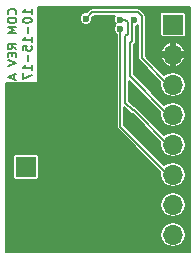
<source format=gbl>
G04 #@! TF.FileFunction,Copper,L2,Bot,Signal*
%FSLAX46Y46*%
G04 Gerber Fmt 4.6, Leading zero omitted, Abs format (unit mm)*
G04 Created by KiCad (PCBNEW 4.0.5+dfsg1-4) date Sun Oct 15 17:49:37 2017*
%MOMM*%
%LPD*%
G01*
G04 APERTURE LIST*
%ADD10C,0.100000*%
%ADD11C,0.150000*%
%ADD12C,0.600000*%
%ADD13R,1.700000X1.700000*%
%ADD14O,1.700000X1.700000*%
%ADD15C,0.203200*%
%ADD16C,0.152400*%
G04 APERTURE END LIST*
D10*
D11*
X155205357Y-96687000D02*
X155241071Y-96651286D01*
X155276786Y-96544143D01*
X155276786Y-96472714D01*
X155241071Y-96365571D01*
X155169643Y-96294143D01*
X155098214Y-96258428D01*
X154955357Y-96222714D01*
X154848214Y-96222714D01*
X154705357Y-96258428D01*
X154633929Y-96294143D01*
X154562500Y-96365571D01*
X154526786Y-96472714D01*
X154526786Y-96544143D01*
X154562500Y-96651286D01*
X154598214Y-96687000D01*
X155276786Y-97008428D02*
X154526786Y-97008428D01*
X154526786Y-97187000D01*
X154562500Y-97294143D01*
X154633929Y-97365571D01*
X154705357Y-97401286D01*
X154848214Y-97437000D01*
X154955357Y-97437000D01*
X155098214Y-97401286D01*
X155169643Y-97365571D01*
X155241071Y-97294143D01*
X155276786Y-97187000D01*
X155276786Y-97008428D01*
X155276786Y-97758428D02*
X154526786Y-97758428D01*
X155062500Y-98008428D01*
X154526786Y-98258428D01*
X155276786Y-98258428D01*
X155276786Y-99615572D02*
X154919643Y-99365572D01*
X155276786Y-99187000D02*
X154526786Y-99187000D01*
X154526786Y-99472715D01*
X154562500Y-99544143D01*
X154598214Y-99579858D01*
X154669643Y-99615572D01*
X154776786Y-99615572D01*
X154848214Y-99579858D01*
X154883929Y-99544143D01*
X154919643Y-99472715D01*
X154919643Y-99187000D01*
X154883929Y-99937000D02*
X154883929Y-100187000D01*
X155276786Y-100294143D02*
X155276786Y-99937000D01*
X154526786Y-99937000D01*
X154526786Y-100294143D01*
X154526786Y-100508429D02*
X155276786Y-100758429D01*
X154526786Y-101008429D01*
X155062500Y-101794143D02*
X155062500Y-102151286D01*
X155276786Y-101722715D02*
X154526786Y-101972715D01*
X155276786Y-102222715D01*
X156551786Y-96687000D02*
X156551786Y-96258428D01*
X156551786Y-96472714D02*
X155801786Y-96472714D01*
X155908929Y-96401285D01*
X155980357Y-96329857D01*
X156016071Y-96258428D01*
X155801786Y-97151286D02*
X155801786Y-97222714D01*
X155837500Y-97294143D01*
X155873214Y-97329857D01*
X155944643Y-97365571D01*
X156087500Y-97401286D01*
X156266071Y-97401286D01*
X156408929Y-97365571D01*
X156480357Y-97329857D01*
X156516071Y-97294143D01*
X156551786Y-97222714D01*
X156551786Y-97151286D01*
X156516071Y-97079857D01*
X156480357Y-97044143D01*
X156408929Y-97008428D01*
X156266071Y-96972714D01*
X156087500Y-96972714D01*
X155944643Y-97008428D01*
X155873214Y-97044143D01*
X155837500Y-97079857D01*
X155801786Y-97151286D01*
X156266071Y-97722714D02*
X156266071Y-98294143D01*
X156551786Y-99044143D02*
X156551786Y-98615571D01*
X156551786Y-98829857D02*
X155801786Y-98829857D01*
X155908929Y-98758428D01*
X155980357Y-98687000D01*
X156016071Y-98615571D01*
X155801786Y-99722714D02*
X155801786Y-99365571D01*
X156158929Y-99329857D01*
X156123214Y-99365571D01*
X156087500Y-99437000D01*
X156087500Y-99615571D01*
X156123214Y-99687000D01*
X156158929Y-99722714D01*
X156230357Y-99758429D01*
X156408929Y-99758429D01*
X156480357Y-99722714D01*
X156516071Y-99687000D01*
X156551786Y-99615571D01*
X156551786Y-99437000D01*
X156516071Y-99365571D01*
X156480357Y-99329857D01*
X156266071Y-100079857D02*
X156266071Y-100651286D01*
X156551786Y-101401286D02*
X156551786Y-100972714D01*
X156551786Y-101187000D02*
X155801786Y-101187000D01*
X155908929Y-101115571D01*
X155980357Y-101044143D01*
X156016071Y-100972714D01*
X155801786Y-101651286D02*
X155801786Y-102151286D01*
X156551786Y-101829857D01*
D12*
X158369000Y-112649000D03*
X157480000Y-113030000D03*
X156210000Y-115570000D03*
X157480000Y-115570000D03*
X158750000Y-115189000D03*
X160274000Y-115189000D03*
X161671000Y-115697000D03*
X159385000Y-106807000D03*
X159385000Y-107950000D03*
X159385000Y-109093000D03*
X159385000Y-110236000D03*
X159385000Y-112522000D03*
X163957000Y-113665000D03*
X163957000Y-110236000D03*
X163957000Y-109093000D03*
X163957000Y-107950000D03*
X161671000Y-113665000D03*
X161671000Y-112522000D03*
X161671000Y-111379000D03*
X161671000Y-110236000D03*
X161671000Y-105664001D03*
X161671000Y-106807000D03*
X161671000Y-107950000D03*
D13*
X156083000Y-109601000D03*
X168529000Y-97536000D03*
D14*
X168529000Y-100076000D03*
X168529000Y-102616000D03*
X168529000Y-105156000D03*
X168529000Y-107696000D03*
X168529000Y-110236000D03*
X168529000Y-112776000D03*
X168529000Y-115316000D03*
D12*
X161671000Y-109093000D03*
X162484500Y-101204500D03*
X160809500Y-101204500D03*
X160809500Y-99529500D03*
X162484500Y-99529500D03*
X161163000Y-97028000D03*
X165267884Y-97119846D03*
X164084000Y-97113797D03*
X164084000Y-97917000D03*
D15*
X168148000Y-102616000D02*
X165872685Y-100340685D01*
X165872685Y-100340685D02*
X165872685Y-96829541D01*
X165872685Y-96829541D02*
X165552140Y-96508996D01*
X165552140Y-96508996D02*
X161682004Y-96508996D01*
X161682004Y-96508996D02*
X161163000Y-97028000D01*
X164896820Y-99136180D02*
X164896820Y-101904820D01*
X164896820Y-101904820D02*
X168148000Y-105156000D01*
X165267884Y-97119846D02*
X165095211Y-97292519D01*
X165095211Y-97292519D02*
X165095211Y-98937789D01*
X165095211Y-98937789D02*
X164896820Y-99136180D01*
X164490410Y-104165410D02*
X164490410Y-98526590D01*
X165252410Y-104800410D02*
X165125410Y-104800410D01*
X165125410Y-104800410D02*
X164490410Y-104165410D01*
X165252410Y-104800410D02*
X168148000Y-107696000D01*
X164084000Y-97113797D02*
X164508264Y-97113797D01*
X164508264Y-97113797D02*
X164688801Y-97294334D01*
X164688801Y-97294334D02*
X164688801Y-98328199D01*
X164688801Y-98328199D02*
X164490410Y-98526590D01*
X164084000Y-98044000D02*
X164084000Y-97917000D01*
X164084000Y-106172000D02*
X164084000Y-98044000D01*
X168148000Y-110236000D02*
X164084000Y-106172000D01*
D16*
G36*
X170003400Y-116790400D02*
X154354600Y-116790400D01*
X154354600Y-115316000D01*
X167429269Y-115316000D01*
X167511373Y-115728762D01*
X167745184Y-116078685D01*
X168095107Y-116312496D01*
X168507869Y-116394600D01*
X168550131Y-116394600D01*
X168962893Y-116312496D01*
X169312816Y-116078685D01*
X169546627Y-115728762D01*
X169628731Y-115316000D01*
X169546627Y-114903238D01*
X169312816Y-114553315D01*
X168962893Y-114319504D01*
X168550131Y-114237400D01*
X168507869Y-114237400D01*
X168095107Y-114319504D01*
X167745184Y-114553315D01*
X167511373Y-114903238D01*
X167429269Y-115316000D01*
X154354600Y-115316000D01*
X154354600Y-112776000D01*
X167429269Y-112776000D01*
X167511373Y-113188762D01*
X167745184Y-113538685D01*
X168095107Y-113772496D01*
X168507869Y-113854600D01*
X168550131Y-113854600D01*
X168962893Y-113772496D01*
X169312816Y-113538685D01*
X169546627Y-113188762D01*
X169628731Y-112776000D01*
X169546627Y-112363238D01*
X169312816Y-112013315D01*
X168962893Y-111779504D01*
X168550131Y-111697400D01*
X168507869Y-111697400D01*
X168095107Y-111779504D01*
X167745184Y-112013315D01*
X167511373Y-112363238D01*
X167429269Y-112776000D01*
X154354600Y-112776000D01*
X154354600Y-108751000D01*
X154999922Y-108751000D01*
X154999922Y-110451000D01*
X155015862Y-110535714D01*
X155065928Y-110613518D01*
X155142320Y-110665715D01*
X155233000Y-110684078D01*
X156933000Y-110684078D01*
X157017714Y-110668138D01*
X157095518Y-110618072D01*
X157147715Y-110541680D01*
X157166078Y-110451000D01*
X157166078Y-108751000D01*
X157150138Y-108666286D01*
X157100072Y-108588482D01*
X157023680Y-108536285D01*
X156933000Y-108517922D01*
X155233000Y-108517922D01*
X155148286Y-108533862D01*
X155070482Y-108583928D01*
X155018285Y-108660320D01*
X154999922Y-108751000D01*
X154354600Y-108751000D01*
X154354600Y-102522743D01*
X157116100Y-102522743D01*
X157116100Y-97132684D01*
X160634308Y-97132684D01*
X160714613Y-97327037D01*
X160863181Y-97475864D01*
X161057394Y-97556508D01*
X161267684Y-97556692D01*
X161462037Y-97476387D01*
X161610864Y-97327819D01*
X161691508Y-97133606D01*
X161691654Y-96966319D01*
X161818777Y-96839196D01*
X163625665Y-96839196D01*
X163555492Y-97008191D01*
X163555308Y-97218481D01*
X163635613Y-97412834D01*
X163738047Y-97515447D01*
X163636136Y-97617181D01*
X163555492Y-97811394D01*
X163555308Y-98021684D01*
X163635613Y-98216037D01*
X163753800Y-98334430D01*
X163753800Y-106172000D01*
X163778935Y-106298362D01*
X163850513Y-106405487D01*
X167471038Y-110026012D01*
X167429269Y-110236000D01*
X167511373Y-110648762D01*
X167745184Y-110998685D01*
X168095107Y-111232496D01*
X168507869Y-111314600D01*
X168550131Y-111314600D01*
X168962893Y-111232496D01*
X169312816Y-110998685D01*
X169546627Y-110648762D01*
X169628731Y-110236000D01*
X169546627Y-109823238D01*
X169312816Y-109473315D01*
X168962893Y-109239504D01*
X168550131Y-109157400D01*
X168507869Y-109157400D01*
X168095107Y-109239504D01*
X167809389Y-109430415D01*
X164414200Y-106035226D01*
X164414200Y-104556174D01*
X164891921Y-105033894D01*
X164891923Y-105033897D01*
X164999048Y-105105475D01*
X165113210Y-105128184D01*
X167471039Y-107486012D01*
X167429269Y-107696000D01*
X167511373Y-108108762D01*
X167745184Y-108458685D01*
X168095107Y-108692496D01*
X168507869Y-108774600D01*
X168550131Y-108774600D01*
X168962893Y-108692496D01*
X169312816Y-108458685D01*
X169546627Y-108108762D01*
X169628731Y-107696000D01*
X169546627Y-107283238D01*
X169312816Y-106933315D01*
X168962893Y-106699504D01*
X168550131Y-106617400D01*
X168507869Y-106617400D01*
X168095107Y-106699504D01*
X167809388Y-106890415D01*
X165485897Y-104566923D01*
X165378772Y-104495345D01*
X165264610Y-104472637D01*
X164820610Y-104028636D01*
X164820610Y-102295584D01*
X167471038Y-104946012D01*
X167429269Y-105156000D01*
X167511373Y-105568762D01*
X167745184Y-105918685D01*
X168095107Y-106152496D01*
X168507869Y-106234600D01*
X168550131Y-106234600D01*
X168962893Y-106152496D01*
X169312816Y-105918685D01*
X169546627Y-105568762D01*
X169628731Y-105156000D01*
X169546627Y-104743238D01*
X169312816Y-104393315D01*
X168962893Y-104159504D01*
X168550131Y-104077400D01*
X168507869Y-104077400D01*
X168095107Y-104159504D01*
X167809389Y-104350415D01*
X165227020Y-101768046D01*
X165227020Y-99272954D01*
X165328695Y-99171278D01*
X165328698Y-99171276D01*
X165400276Y-99064151D01*
X165425411Y-98937789D01*
X165425411Y-97626704D01*
X165542485Y-97578330D01*
X165542485Y-100340685D01*
X165567620Y-100467047D01*
X165639198Y-100574172D01*
X167471039Y-102406012D01*
X167429269Y-102616000D01*
X167511373Y-103028762D01*
X167745184Y-103378685D01*
X168095107Y-103612496D01*
X168507869Y-103694600D01*
X168550131Y-103694600D01*
X168962893Y-103612496D01*
X169312816Y-103378685D01*
X169546627Y-103028762D01*
X169628731Y-102616000D01*
X169546627Y-102203238D01*
X169312816Y-101853315D01*
X168962893Y-101619504D01*
X168550131Y-101537400D01*
X168507869Y-101537400D01*
X168095107Y-101619504D01*
X167809388Y-101810415D01*
X166417007Y-100418033D01*
X167506068Y-100418033D01*
X167563809Y-100557480D01*
X167821534Y-100890192D01*
X168186964Y-101098951D01*
X168351200Y-101082713D01*
X168351200Y-100253800D01*
X168706800Y-100253800D01*
X168706800Y-101082713D01*
X168871036Y-101098951D01*
X169236466Y-100890192D01*
X169494191Y-100557480D01*
X169551932Y-100418033D01*
X169534856Y-100253800D01*
X168706800Y-100253800D01*
X168351200Y-100253800D01*
X167523144Y-100253800D01*
X167506068Y-100418033D01*
X166417007Y-100418033D01*
X166202885Y-100203911D01*
X166202885Y-99733967D01*
X167506068Y-99733967D01*
X167523144Y-99898200D01*
X168351200Y-99898200D01*
X168351200Y-99069287D01*
X168706800Y-99069287D01*
X168706800Y-99898200D01*
X169534856Y-99898200D01*
X169551932Y-99733967D01*
X169494191Y-99594520D01*
X169236466Y-99261808D01*
X168871036Y-99053049D01*
X168706800Y-99069287D01*
X168351200Y-99069287D01*
X168186964Y-99053049D01*
X167821534Y-99261808D01*
X167563809Y-99594520D01*
X167506068Y-99733967D01*
X166202885Y-99733967D01*
X166202885Y-96829541D01*
X166177750Y-96703179D01*
X166166272Y-96686000D01*
X167445922Y-96686000D01*
X167445922Y-98386000D01*
X167461862Y-98470714D01*
X167511928Y-98548518D01*
X167588320Y-98600715D01*
X167679000Y-98619078D01*
X169379000Y-98619078D01*
X169463714Y-98603138D01*
X169541518Y-98553072D01*
X169593715Y-98476680D01*
X169612078Y-98386000D01*
X169612078Y-96686000D01*
X169596138Y-96601286D01*
X169546072Y-96523482D01*
X169469680Y-96471285D01*
X169379000Y-96452922D01*
X167679000Y-96452922D01*
X167594286Y-96468862D01*
X167516482Y-96518928D01*
X167464285Y-96595320D01*
X167445922Y-96686000D01*
X166166272Y-96686000D01*
X166106172Y-96596054D01*
X165785627Y-96275509D01*
X165678502Y-96203931D01*
X165552140Y-96178796D01*
X161682004Y-96178796D01*
X161555642Y-96203931D01*
X161448517Y-96275509D01*
X161448515Y-96275512D01*
X161224573Y-96499453D01*
X161058316Y-96499308D01*
X160863963Y-96579613D01*
X160715136Y-96728181D01*
X160634492Y-96922394D01*
X160634308Y-97132684D01*
X157116100Y-97132684D01*
X157116100Y-96061600D01*
X170003400Y-96061600D01*
X170003400Y-116790400D01*
X170003400Y-116790400D01*
G37*
X170003400Y-116790400D02*
X154354600Y-116790400D01*
X154354600Y-115316000D01*
X167429269Y-115316000D01*
X167511373Y-115728762D01*
X167745184Y-116078685D01*
X168095107Y-116312496D01*
X168507869Y-116394600D01*
X168550131Y-116394600D01*
X168962893Y-116312496D01*
X169312816Y-116078685D01*
X169546627Y-115728762D01*
X169628731Y-115316000D01*
X169546627Y-114903238D01*
X169312816Y-114553315D01*
X168962893Y-114319504D01*
X168550131Y-114237400D01*
X168507869Y-114237400D01*
X168095107Y-114319504D01*
X167745184Y-114553315D01*
X167511373Y-114903238D01*
X167429269Y-115316000D01*
X154354600Y-115316000D01*
X154354600Y-112776000D01*
X167429269Y-112776000D01*
X167511373Y-113188762D01*
X167745184Y-113538685D01*
X168095107Y-113772496D01*
X168507869Y-113854600D01*
X168550131Y-113854600D01*
X168962893Y-113772496D01*
X169312816Y-113538685D01*
X169546627Y-113188762D01*
X169628731Y-112776000D01*
X169546627Y-112363238D01*
X169312816Y-112013315D01*
X168962893Y-111779504D01*
X168550131Y-111697400D01*
X168507869Y-111697400D01*
X168095107Y-111779504D01*
X167745184Y-112013315D01*
X167511373Y-112363238D01*
X167429269Y-112776000D01*
X154354600Y-112776000D01*
X154354600Y-108751000D01*
X154999922Y-108751000D01*
X154999922Y-110451000D01*
X155015862Y-110535714D01*
X155065928Y-110613518D01*
X155142320Y-110665715D01*
X155233000Y-110684078D01*
X156933000Y-110684078D01*
X157017714Y-110668138D01*
X157095518Y-110618072D01*
X157147715Y-110541680D01*
X157166078Y-110451000D01*
X157166078Y-108751000D01*
X157150138Y-108666286D01*
X157100072Y-108588482D01*
X157023680Y-108536285D01*
X156933000Y-108517922D01*
X155233000Y-108517922D01*
X155148286Y-108533862D01*
X155070482Y-108583928D01*
X155018285Y-108660320D01*
X154999922Y-108751000D01*
X154354600Y-108751000D01*
X154354600Y-102522743D01*
X157116100Y-102522743D01*
X157116100Y-97132684D01*
X160634308Y-97132684D01*
X160714613Y-97327037D01*
X160863181Y-97475864D01*
X161057394Y-97556508D01*
X161267684Y-97556692D01*
X161462037Y-97476387D01*
X161610864Y-97327819D01*
X161691508Y-97133606D01*
X161691654Y-96966319D01*
X161818777Y-96839196D01*
X163625665Y-96839196D01*
X163555492Y-97008191D01*
X163555308Y-97218481D01*
X163635613Y-97412834D01*
X163738047Y-97515447D01*
X163636136Y-97617181D01*
X163555492Y-97811394D01*
X163555308Y-98021684D01*
X163635613Y-98216037D01*
X163753800Y-98334430D01*
X163753800Y-106172000D01*
X163778935Y-106298362D01*
X163850513Y-106405487D01*
X167471038Y-110026012D01*
X167429269Y-110236000D01*
X167511373Y-110648762D01*
X167745184Y-110998685D01*
X168095107Y-111232496D01*
X168507869Y-111314600D01*
X168550131Y-111314600D01*
X168962893Y-111232496D01*
X169312816Y-110998685D01*
X169546627Y-110648762D01*
X169628731Y-110236000D01*
X169546627Y-109823238D01*
X169312816Y-109473315D01*
X168962893Y-109239504D01*
X168550131Y-109157400D01*
X168507869Y-109157400D01*
X168095107Y-109239504D01*
X167809389Y-109430415D01*
X164414200Y-106035226D01*
X164414200Y-104556174D01*
X164891921Y-105033894D01*
X164891923Y-105033897D01*
X164999048Y-105105475D01*
X165113210Y-105128184D01*
X167471039Y-107486012D01*
X167429269Y-107696000D01*
X167511373Y-108108762D01*
X167745184Y-108458685D01*
X168095107Y-108692496D01*
X168507869Y-108774600D01*
X168550131Y-108774600D01*
X168962893Y-108692496D01*
X169312816Y-108458685D01*
X169546627Y-108108762D01*
X169628731Y-107696000D01*
X169546627Y-107283238D01*
X169312816Y-106933315D01*
X168962893Y-106699504D01*
X168550131Y-106617400D01*
X168507869Y-106617400D01*
X168095107Y-106699504D01*
X167809388Y-106890415D01*
X165485897Y-104566923D01*
X165378772Y-104495345D01*
X165264610Y-104472637D01*
X164820610Y-104028636D01*
X164820610Y-102295584D01*
X167471038Y-104946012D01*
X167429269Y-105156000D01*
X167511373Y-105568762D01*
X167745184Y-105918685D01*
X168095107Y-106152496D01*
X168507869Y-106234600D01*
X168550131Y-106234600D01*
X168962893Y-106152496D01*
X169312816Y-105918685D01*
X169546627Y-105568762D01*
X169628731Y-105156000D01*
X169546627Y-104743238D01*
X169312816Y-104393315D01*
X168962893Y-104159504D01*
X168550131Y-104077400D01*
X168507869Y-104077400D01*
X168095107Y-104159504D01*
X167809389Y-104350415D01*
X165227020Y-101768046D01*
X165227020Y-99272954D01*
X165328695Y-99171278D01*
X165328698Y-99171276D01*
X165400276Y-99064151D01*
X165425411Y-98937789D01*
X165425411Y-97626704D01*
X165542485Y-97578330D01*
X165542485Y-100340685D01*
X165567620Y-100467047D01*
X165639198Y-100574172D01*
X167471039Y-102406012D01*
X167429269Y-102616000D01*
X167511373Y-103028762D01*
X167745184Y-103378685D01*
X168095107Y-103612496D01*
X168507869Y-103694600D01*
X168550131Y-103694600D01*
X168962893Y-103612496D01*
X169312816Y-103378685D01*
X169546627Y-103028762D01*
X169628731Y-102616000D01*
X169546627Y-102203238D01*
X169312816Y-101853315D01*
X168962893Y-101619504D01*
X168550131Y-101537400D01*
X168507869Y-101537400D01*
X168095107Y-101619504D01*
X167809388Y-101810415D01*
X166417007Y-100418033D01*
X167506068Y-100418033D01*
X167563809Y-100557480D01*
X167821534Y-100890192D01*
X168186964Y-101098951D01*
X168351200Y-101082713D01*
X168351200Y-100253800D01*
X168706800Y-100253800D01*
X168706800Y-101082713D01*
X168871036Y-101098951D01*
X169236466Y-100890192D01*
X169494191Y-100557480D01*
X169551932Y-100418033D01*
X169534856Y-100253800D01*
X168706800Y-100253800D01*
X168351200Y-100253800D01*
X167523144Y-100253800D01*
X167506068Y-100418033D01*
X166417007Y-100418033D01*
X166202885Y-100203911D01*
X166202885Y-99733967D01*
X167506068Y-99733967D01*
X167523144Y-99898200D01*
X168351200Y-99898200D01*
X168351200Y-99069287D01*
X168706800Y-99069287D01*
X168706800Y-99898200D01*
X169534856Y-99898200D01*
X169551932Y-99733967D01*
X169494191Y-99594520D01*
X169236466Y-99261808D01*
X168871036Y-99053049D01*
X168706800Y-99069287D01*
X168351200Y-99069287D01*
X168186964Y-99053049D01*
X167821534Y-99261808D01*
X167563809Y-99594520D01*
X167506068Y-99733967D01*
X166202885Y-99733967D01*
X166202885Y-96829541D01*
X166177750Y-96703179D01*
X166166272Y-96686000D01*
X167445922Y-96686000D01*
X167445922Y-98386000D01*
X167461862Y-98470714D01*
X167511928Y-98548518D01*
X167588320Y-98600715D01*
X167679000Y-98619078D01*
X169379000Y-98619078D01*
X169463714Y-98603138D01*
X169541518Y-98553072D01*
X169593715Y-98476680D01*
X169612078Y-98386000D01*
X169612078Y-96686000D01*
X169596138Y-96601286D01*
X169546072Y-96523482D01*
X169469680Y-96471285D01*
X169379000Y-96452922D01*
X167679000Y-96452922D01*
X167594286Y-96468862D01*
X167516482Y-96518928D01*
X167464285Y-96595320D01*
X167445922Y-96686000D01*
X166166272Y-96686000D01*
X166106172Y-96596054D01*
X165785627Y-96275509D01*
X165678502Y-96203931D01*
X165552140Y-96178796D01*
X161682004Y-96178796D01*
X161555642Y-96203931D01*
X161448517Y-96275509D01*
X161448515Y-96275512D01*
X161224573Y-96499453D01*
X161058316Y-96499308D01*
X160863963Y-96579613D01*
X160715136Y-96728181D01*
X160634492Y-96922394D01*
X160634308Y-97132684D01*
X157116100Y-97132684D01*
X157116100Y-96061600D01*
X170003400Y-96061600D01*
X170003400Y-116790400D01*
M02*

</source>
